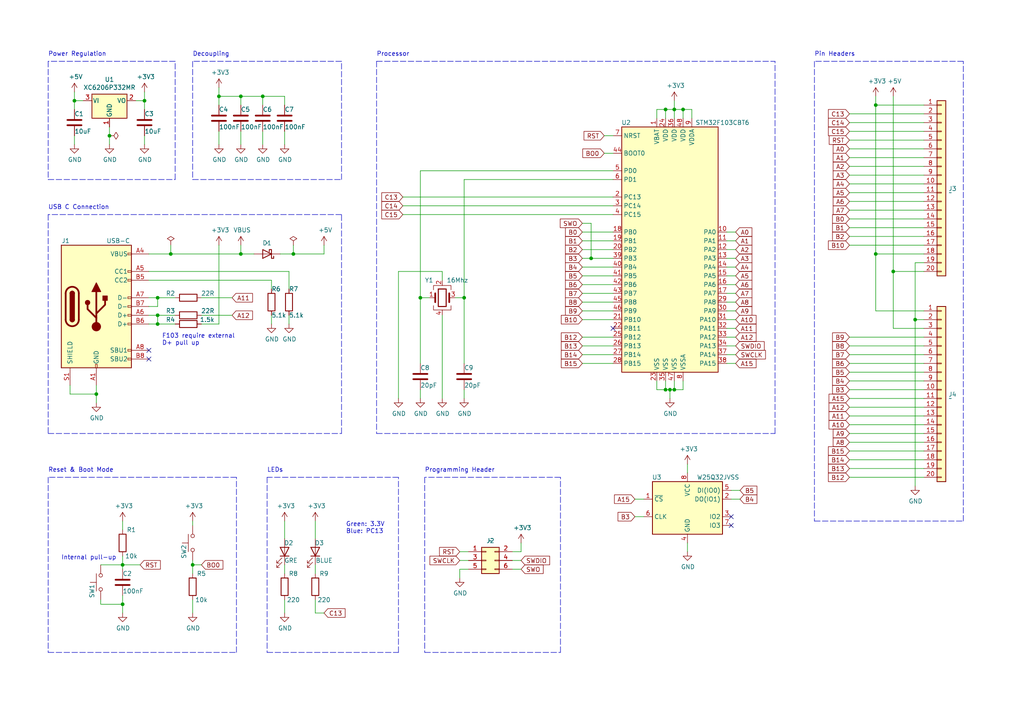
<source format=kicad_sch>
(kicad_sch (version 20211123) (generator eeschema)
  (paper "A4")
  (title_block (title "Green Pill") (rev "d") (company "Lars Boegild Thomsen") (comment 1 "STM32 Development Board") (comment 2 "lbthomsen@gmail.com"))
  (lib_symbols
    (symbol "Connector_Generic:Conn_01x20" (pin_names (offset 1.016) hide)
      (property "Reference" "J" (at 0 25.4 0))
      (property "Value" "Conn_01x20" (at 0 -27.94 0))
      (symbol "Conn_01x20_1_1"
        (pin passive line (at -5.08 22.86 0) (length 3.81) (name "Pin_1") (number "1"))
        (pin passive line (at -5.08 0 0) (length 3.81) (name "Pin_10") (number "10"))
        (pin passive line (at -5.08 -2.54 0) (length 3.81) (name "Pin_11") (number "11"))
        (pin passive line (at -5.08 -5.08 0) (length 3.81) (name "Pin_12") (number "12"))
        (pin passive line (at -5.08 -7.62 0) (length 3.81) (name "Pin_13") (number "13"))
        (pin passive line (at -5.08 -10.16 0) (length 3.81) (name "Pin_14") (number "14"))
        (pin passive line (at -5.08 -12.7 0) (length 3.81) (name "Pin_15") (number "15"))
        (pin passive line (at -5.08 -15.24 0) (length 3.81) (name "Pin_16") (number "16"))
        (pin passive line (at -5.08 -17.78 0) (length 3.81) (name "Pin_17") (number "17"))
        (pin passive line (at -5.08 -20.32 0) (length 3.81) (name "Pin_18") (number "18"))
        (pin passive line (at -5.08 -22.86 0) (length 3.81) (name "Pin_19") (number "19"))
        (pin passive line (at -5.08 20.32 0) (length 3.81) (name "Pin_2") (number "2"))
        (pin passive line (at -5.08 -25.4 0) (length 3.81) (name "Pin_20") (number "20"))
        (pin passive line (at -5.08 17.78 0) (length 3.81) (name "Pin_3") (number "3"))
        (pin passive line (at -5.08 15.24 0) (length 3.81) (name "Pin_4") (number "4"))
        (pin passive line (at -5.08 12.7 0) (length 3.81) (name "Pin_5") (number "5"))
        (pin passive line (at -5.08 10.16 0) (length 3.81) (name "Pin_6") (number "6"))
        (pin passive line (at -5.08 7.62 0) (length 3.81) (name "Pin_7") (number "7"))
        (pin passive line (at -5.08 5.08 0) (length 3.81) (name "Pin_8") (number "8"))
        (pin passive line (at -5.08 2.54 0) (length 3.81) (name "Pin_9") (number "9"))
      )
    )
    (symbol "Connector_Generic:Conn_02x03_Odd_Even" (pin_names (offset 1.016) hide)
      (property "Reference" "J" (at 1.27 5.08 0))
      (property "Value" "Conn_02x03_Odd_Even" (at 1.27 -5.08 0))
      (symbol "Conn_02x03_Odd_Even_1_1"
        (pin passive line (at -5.08 2.54 0) (length 3.81) (name "Pin_1") (number "1"))
        (pin passive line (at 7.62 2.54 180) (length 3.81) (name "Pin_2") (number "2"))
        (pin passive line (at -5.08 0 0) (length 3.81) (name "Pin_3") (number "3"))
        (pin passive line (at 7.62 0 180) (length 3.81) (name "Pin_4") (number "4"))
        (pin passive line (at -5.08 -2.54 0) (length 3.81) (name "Pin_5") (number "5"))
        (pin passive line (at 7.62 -2.54 180) (length 3.81) (name "Pin_6") (number "6"))
      )
    )
    (symbol "Device:C" (pin_numbers hide) (pin_names (offset 0.254))
      (property "Reference" "C" (at 0.635 2.54 0))
      (property "Value" "C" (at 0.635 -2.54 0))
      (symbol "C_1_1"
        (pin passive line (at 0 3.81 270) (length 2.794) (name "~") (number "1"))
        (pin passive line (at 0 -3.81 90) (length 2.794) (name "~") (number "2"))
      )
    )
    (symbol "Device:Crystal_GND24" (pin_names (offset 1.016) hide)
      (property "Reference" "Y" (at 3.175 5.08 0))
      (property "Value" "Crystal_GND24" (at 3.175 3.175 0))
      (symbol "Crystal_GND24_1_1"
        (pin passive line (at -3.81 0 0) (length 1.27) (name "1") (number "1"))
        (pin passive line (at 0 5.08 270) (length 1.27) (name "2") (number "2"))
        (pin passive line (at 3.81 0 180) (length 1.27) (name "3") (number "3"))
        (pin passive line (at 0 -5.08 90) (length 1.27) (name "4") (number "4"))
      )
    )
    (symbol "Device:D_Schottky" (pin_numbers hide) (pin_names (offset 1.016) hide)
      (property "Reference" "D" (at 0 2.54 0))
      (property "Value" "D_Schottky" (at 0 -2.54 0))
      (symbol "D_Schottky_1_1"
        (pin passive line (at -3.81 0 0) (length 2.54) (name "K") (number "1"))
        (pin passive line (at 3.81 0 180) (length 2.54) (name "A") (number "2"))
      )
    )
    (symbol "Device:LED" (pin_numbers hide) (pin_names (offset 1.016) hide)
      (property "Reference" "D" (at 0 2.54 0))
      (property "Value" "LED" (at 0 -2.54 0))
      (symbol "LED_1_1"
        (pin passive line (at -3.81 0 0) (length 2.54) (name "K") (number "1"))
        (pin passive line (at 3.81 0 180) (length 2.54) (name "A") (number "2"))
      )
    )
    (symbol "Device:R" (pin_numbers hide) (pin_names (offset 0))
      (property "Reference" "R" (at 2.032 0 90))
      (property "Value" "R" (at 0 0 90))
      (symbol "R_1_1"
        (pin passive line (at 0 3.81 270) (length 1.27) (name "~") (number "1"))
        (pin passive line (at 0 -3.81 90) (length 1.27) (name "~") (number "2"))
      )
    )
    (symbol "MCU_ST_STM32F1:STM32F103C8Tx"
      (property "Reference" "U" (at -15.24 36.83 0))
      (property "Value" "STM32F103C8Tx" (at 7.62 36.83 0))
      (symbol "STM32F103C8Tx_1_1"
        (pin power_in line (at -5.08 38.1 270) (length 2.54) (name "VBAT") (number "1"))
        (pin bidirectional line (at 15.24 5.08 180) (length 2.54) (name "PA0") (number "10"))
        (pin bidirectional line (at 15.24 2.54 180) (length 2.54) (name "PA1") (number "11"))
        (pin bidirectional line (at 15.24 0 180) (length 2.54) (name "PA2") (number "12"))
        (pin bidirectional line (at 15.24 -2.54 180) (length 2.54) (name "PA3") (number "13"))
        (pin bidirectional line (at 15.24 -5.08 180) (length 2.54) (name "PA4") (number "14"))
        (pin bidirectional line (at 15.24 -7.62 180) (length 2.54) (name "PA5") (number "15"))
        (pin bidirectional line (at 15.24 -10.16 180) (length 2.54) (name "PA6") (number "16"))
        (pin bidirectional line (at 15.24 -12.7 180) (length 2.54) (name "PA7") (number "17"))
        (pin bidirectional line (at -17.78 5.08 0) (length 2.54) (name "PB0") (number "18"))
        (pin bidirectional line (at -17.78 2.54 0) (length 2.54) (name "PB1") (number "19"))
        (pin bidirectional line (at -17.78 15.24 0) (length 2.54) (name "PC13") (number "2"))
        (pin bidirectional line (at -17.78 0 0) (length 2.54) (name "PB2") (number "20"))
        (pin bidirectional line (at -17.78 -20.32 0) (length 2.54) (name "PB10") (number "21"))
        (pin bidirectional line (at -17.78 -22.86 0) (length 2.54) (name "PB11") (number "22"))
        (pin power_in line (at -5.08 -38.1 90) (length 2.54) (name "VSS") (number "23"))
        (pin power_in line (at -2.54 38.1 270) (length 2.54) (name "VDD") (number "24"))
        (pin bidirectional line (at -17.78 -25.4 0) (length 2.54) (name "PB12") (number "25"))
        (pin bidirectional line (at -17.78 -27.94 0) (length 2.54) (name "PB13") (number "26"))
        (pin bidirectional line (at -17.78 -30.48 0) (length 2.54) (name "PB14") (number "27"))
        (pin bidirectional line (at -17.78 -33.02 0) (length 2.54) (name "PB15") (number "28"))
        (pin bidirectional line (at 15.24 -15.24 180) (length 2.54) (name "PA8") (number "29"))
        (pin bidirectional line (at -17.78 12.7 0) (length 2.54) (name "PC14") (number "3"))
        (pin bidirectional line (at 15.24 -17.78 180) (length 2.54) (name "PA9") (number "30"))
        (pin bidirectional line (at 15.24 -20.32 180) (length 2.54) (name "PA10") (number "31"))
        (pin bidirectional line (at 15.24 -22.86 180) (length 2.54) (name "PA11") (number "32"))
        (pin bidirectional line (at 15.24 -25.4 180) (length 2.54) (name "PA12") (number "33"))
        (pin bidirectional line (at 15.24 -27.94 180) (length 2.54) (name "PA13") (number "34"))
        (pin power_in line (at -2.54 -38.1 90) (length 2.54) (name "VSS") (number "35"))
        (pin power_in line (at 0 38.1 270) (length 2.54) (name "VDD") (number "36"))
        (pin bidirectional line (at 15.24 -30.48 180) (length 2.54) (name "PA14") (number "37"))
        (pin bidirectional line (at 15.24 -33.02 180) (length 2.54) (name "PA15") (number "38"))
        (pin bidirectional line (at -17.78 -2.54 0) (length 2.54) (name "PB3") (number "39"))
        (pin bidirectional line (at -17.78 10.16 0) (length 2.54) (name "PC15") (number "4"))
        (pin bidirectional line (at -17.78 -5.08 0) (length 2.54) (name "PB4") (number "40"))
        (pin bidirectional line (at -17.78 -7.62 0) (length 2.54) (name "PB5") (number "41"))
        (pin bidirectional line (at -17.78 -10.16 0) (length 2.54) (name "PB6") (number "42"))
        (pin bidirectional line (at -17.78 -12.7 0) (length 2.54) (name "PB7") (number "43"))
        (pin input line (at -17.78 27.94 0) (length 2.54) (name "BOOT0") (number "44"))
        (pin bidirectional line (at -17.78 -15.24 0) (length 2.54) (name "PB8") (number "45"))
        (pin bidirectional line (at -17.78 -17.78 0) (length 2.54) (name "PB9") (number "46"))
        (pin power_in line (at 0 -38.1 90) (length 2.54) (name "VSS") (number "47"))
        (pin power_in line (at 2.54 38.1 270) (length 2.54) (name "VDD") (number "48"))
        (pin input line (at -17.78 22.86 0) (length 2.54) (name "PD0") (number "5"))
        (pin input line (at -17.78 20.32 0) (length 2.54) (name "PD1") (number "6"))
        (pin input line (at -17.78 33.02 0) (length 2.54) (name "NRST") (number "7"))
        (pin power_in line (at 2.54 -38.1 90) (length 2.54) (name "VSSA") (number "8"))
        (pin power_in line (at 5.08 38.1 270) (length 2.54) (name "VDDA") (number "9"))
      )
    )
    (symbol "Memory_Flash:W25Q32JVSS"
      (property "Reference" "U" (at -8.89 8.89 0))
      (property "Value" "W25Q32JVSS" (at 7.62 8.89 0))
      (symbol "W25Q32JVSS_1_1"
        (pin input line (at -12.7 2.54 0) (length 2.54) (name "~{CS}") (number "1"))
        (pin bidirectional line (at 12.7 2.54 180) (length 2.54) (name "DO(IO1)") (number "2"))
        (pin bidirectional line (at 12.7 -2.54 180) (length 2.54) (name "IO2") (number "3"))
        (pin power_in line (at 0 -10.16 90) (length 2.54) (name "GND") (number "4"))
        (pin bidirectional line (at 12.7 5.08 180) (length 2.54) (name "DI(IO0)") (number "5"))
        (pin input line (at -12.7 -2.54 0) (length 2.54) (name "CLK") (number "6"))
        (pin bidirectional line (at 12.7 -5.08 180) (length 2.54) (name "IO3") (number "7"))
        (pin power_in line (at 0 10.16 270) (length 2.54) (name "VCC") (number "8"))
      )
    )
    (symbol "Regulator_Linear:XC6206PxxxMR" (pin_names (offset 0.254))
      (property "Reference" "U" (at -3.81 3.175 0))
      (property "Value" "XC6206PxxxMR" (at 0 3.175 0))
      (symbol "XC6206PxxxMR_1_1"
        (pin power_in line (at 0 -7.62 90) (length 2.54) (name "GND") (number "1"))
        (pin power_out line (at 7.62 0 180) (length 2.54) (name "VO") (number "2"))
        (pin power_in line (at -7.62 0 0) (length 2.54) (name "VI") (number "3"))
      )
    )
    (symbol "Switch:SW_Push" (pin_numbers hide) (pin_names (offset 1.016) hide)
      (property "Reference" "SW" (at 1.27 2.54 0))
      (property "Value" "SW_Push" (at 0 -1.524 0))
      (symbol "SW_Push_0_1"
        (pin passive line (at -5.08 0 0) (length 2.54) (name "1") (number "1"))
        (pin passive line (at 5.08 0 180) (length 2.54) (name "2") (number "2"))
      )
    )
    (symbol "greenpill:USB_C_Receptacle_USB2.0" (pin_names (offset 1.016))
      (property "Reference" "J" (at -10.16 -19.05 0))
      (property "Value" "USB_C_Receptacle_USB2.0" (at 26.67 -19.05 0))
      (symbol "USB_C_Receptacle_USB2.0_1_1"
        (pin passive line (at 0 -22.86 90) (length 5.08) (name "GND") (number "A1"))
        (pin passive line (at 0 -22.86 90) (length 5.08) hide (name "GND") (number "A12"))
        (pin passive line (at 15.24 15.24 180) (length 5.08) (name "VBUS") (number "A4"))
        (pin bidirectional line (at 15.24 10.16 180) (length 5.08) (name "CC1") (number "A5"))
        (pin bidirectional line (at 15.24 -2.54 180) (length 5.08) (name "D+") (number "A6"))
        (pin bidirectional line (at 15.24 2.54 180) (length 5.08) (name "D-") (number "A7"))
        (pin bidirectional line (at 15.24 -12.7 180) (length 5.08) (name "SBU1") (number "A8"))
        (pin passive line (at 15.24 15.24 180) (length 5.08) hide (name "VBUS") (number "A9"))
        (pin passive line (at 0 -22.86 90) (length 5.08) hide (name "GND") (number "B1"))
        (pin passive line (at 0 -22.86 90) (length 5.08) hide (name "GND") (number "B12"))
        (pin passive line (at 15.24 15.24 180) (length 5.08) hide (name "VBUS") (number "B4"))
        (pin bidirectional line (at 15.24 7.62 180) (length 5.08) (name "CC2") (number "B5"))
        (pin bidirectional line (at 15.24 -5.08 180) (length 5.08) (name "D+") (number "B6"))
        (pin bidirectional line (at 15.24 0 180) (length 5.08) (name "D-") (number "B7"))
        (pin bidirectional line (at 15.24 -15.24 180) (length 5.08) (name "SBU2") (number "B8"))
        (pin passive line (at 15.24 15.24 180) (length 5.08) hide (name "VBUS") (number "B9"))
        (pin passive line (at -7.62 -22.86 90) (length 5.08) (name "SHIELD") (number "S1"))
      )
    )
    (symbol "power:+3.3V" (power) (pin_names (offset 0))
      (property "Value" "+3.3V" (at 0 3.556 0))
      (symbol "+3.3V_1_1"
        (pin power_in line (at 0 0 90) (length 0) hide (name "+3V3") (number "1"))
      )
    )
    (symbol "power:+5V" (power) (pin_names (offset 0))
      (property "Value" "+5V" (at 0 3.556 0))
      (symbol "+5V_1_1"
        (pin power_in line (at 0 0 90) (length 0) hide (name "+5V") (number "1"))
      )
    )
    (symbol "power:GND" (power) (pin_names (offset 0))
      (property "Value" "GND" (at 0 -3.81 0))
      (symbol "GND_1_1"
        (pin power_in line (at 0 0 270) (length 0) hide (name "GND") (number "1"))
      )
    )
    (symbol "power:PWR_FLAG" (power) (pin_numbers hide) (pin_names (offset 0) hide)
      (property "Value" "PWR_FLAG" (at 0 3.81 0))
      (symbol "PWR_FLAG_0_0"
        (pin power_out line (at 0 0 90) (length 0) (name "pwr") (number "1"))
      )
    )
    (symbol "power:VBUS" (power) (pin_names (offset 0))
      (property "Value" "VBUS" (at 0 3.81 0))
      (symbol "VBUS_1_1"
        (pin power_in line (at 0 0 90) (length 0) hide (name "VBUS") (number "1"))
      )
    )
  )
  (junction (at 45.72 91.44))
  (junction (at 134.62 86.36))
  (junction (at 45.72 93.98))
  (junction (at 194.31 113.03))
  (junction (at 265.43 92.71))
  (junction (at 259.08 78.74))
  (junction (at 63.5 27.94))
  (junction (at 55.88 163.83))
  (junction (at 193.04 113.03))
  (junction (at 41.91 29.21))
  (junction (at 69.85 73.66))
  (junction (at 171.45 74.93))
  (junction (at 35.56 163.83))
  (junction (at 121.92 86.36))
  (junction (at 21.59 29.21))
  (junction (at 45.72 86.36))
  (junction (at 254 30.48))
  (junction (at 195.58 113.03))
  (junction (at 31.75 39.37))
  (junction (at 27.94 114.3))
  (junction (at 198.12 31.75))
  (junction (at 193.04 31.75))
  (junction (at 69.85 27.94))
  (junction (at 85.09 73.66))
  (junction (at 195.58 31.75))
  (junction (at 49.53 73.66))
  (junction (at 76.2 27.94))
  (junction (at 254 73.66))
  (junction (at 35.56 175.26))
  (no_connect (at 43.18 104.14))
  (no_connect (at 177.8 95.25))
  (no_connect (at 212.09 149.86))
  (no_connect (at 212.09 152.4))
  (no_connect (at 330.2 161.29))
  (no_connect (at 43.18 101.6))
  (wire (pts (xy 69.85 73.66) (xy 73.66 73.66)))
  (wire (pts (xy 134.62 113.03) (xy 134.62 115.57)))
  (wire (pts (xy 168.91 64.77) (xy 171.45 64.77)))
  (wire (pts (xy 85.09 73.66) (xy 93.98 73.66)))
  (wire (pts (xy 82.55 177.8) (xy 82.55 173.99)))
  (wire (pts (xy 213.36 85.09) (xy 210.82 85.09)))
  (wire (pts (xy 45.72 86.36) (xy 50.8 86.36)))
  (wire (pts (xy 254 73.66) (xy 254 90.17)))
  (wire (pts (xy 198.12 113.03) (xy 198.12 110.49)))
  (wire (pts (xy 210.82 77.47) (xy 213.36 77.47)))
  (polyline (pts (xy 279.4 151.13) (xy 279.4 17.78)))
  (wire (pts (xy 78.74 81.28) (xy 43.18 81.28)))
  (wire (pts (xy 171.45 74.93) (xy 168.91 74.93)))
  (wire (pts (xy 45.72 93.98) (xy 45.72 91.44)))
  (wire (pts (xy 246.38 66.04) (xy 267.97 66.04)))
  (wire (pts (xy 148.59 160.02) (xy 151.13 160.02)))
  (polyline (pts (xy 13.97 52.07) (xy 50.8 52.07)))
  (wire (pts (xy 193.04 34.29) (xy 193.04 31.75)))
  (wire (pts (xy 133.35 165.1) (xy 135.89 165.1)))
  (wire (pts (xy 267.97 63.5) (xy 246.38 63.5)))
  (wire (pts (xy 55.88 151.13) (xy 55.88 152.4)))
  (wire (pts (xy 132.08 86.36) (xy 134.62 86.36)))
  (wire (pts (xy 168.91 97.79) (xy 177.8 97.79)))
  (polyline (pts (xy 50.8 17.78) (xy 13.97 17.78)))
  (wire (pts (xy 55.88 163.83) (xy 55.88 166.37)))
  (wire (pts (xy 246.38 40.64) (xy 267.97 40.64)))
  (wire (pts (xy 246.38 71.12) (xy 267.97 71.12)))
  (wire (pts (xy 55.88 173.99) (xy 55.88 177.8)))
  (wire (pts (xy 82.55 166.37) (xy 82.55 163.83)))
  (wire (pts (xy 58.42 163.83) (xy 55.88 163.83)))
  (wire (pts (xy 210.82 90.17) (xy 213.36 90.17)))
  (wire (pts (xy 198.12 34.29) (xy 198.12 31.75)))
  (wire (pts (xy 190.5 31.75) (xy 193.04 31.75)))
  (wire (pts (xy 254 90.17) (xy 267.97 90.17)))
  (wire (pts (xy 45.72 91.44) (xy 50.8 91.44)))
  (wire (pts (xy 210.82 67.31) (xy 213.36 67.31)))
  (wire (pts (xy 210.82 72.39) (xy 213.36 72.39)))
  (wire (pts (xy 41.91 29.21) (xy 41.91 26.67)))
  (wire (pts (xy 186.69 144.78) (xy 184.15 144.78)))
  (wire (pts (xy 184.15 149.86) (xy 186.69 149.86)))
  (wire (pts (xy 49.53 71.12) (xy 49.53 73.66)))
  (wire (pts (xy 199.39 134.62) (xy 199.39 137.16)))
  (wire (pts (xy 267.97 92.71) (xy 265.43 92.71)))
  (wire (pts (xy 246.38 128.27) (xy 267.97 128.27)))
  (wire (pts (xy 69.85 30.48) (xy 69.85 27.94)))
  (wire (pts (xy 177.8 105.41) (xy 168.91 105.41)))
  (wire (pts (xy 246.38 100.33) (xy 267.97 100.33)))
  (wire (pts (xy 67.31 86.36) (xy 58.42 86.36)))
  (wire (pts (xy 133.35 167.64) (xy 133.35 165.1)))
  (wire (pts (xy 195.58 29.21) (xy 195.58 31.75)))
  (wire (pts (xy 43.18 88.9) (xy 45.72 88.9)))
  (wire (pts (xy 29.21 175.26) (xy 35.56 175.26)))
  (polyline (pts (xy 99.06 125.73) (xy 99.06 62.23)))
  (wire (pts (xy 194.31 115.57) (xy 194.31 113.03)))
  (wire (pts (xy 168.91 82.55) (xy 177.8 82.55)))
  (wire (pts (xy 267.97 35.56) (xy 246.38 35.56)))
  (wire (pts (xy 254 30.48) (xy 254 73.66)))
  (wire (pts (xy 212.09 144.78) (xy 214.63 144.78)))
  (wire (pts (xy 267.97 102.87) (xy 246.38 102.87)))
  (polyline (pts (xy 162.56 138.43) (xy 123.19 138.43)))
  (wire (pts (xy 246.38 123.19) (xy 267.97 123.19)))
  (wire (pts (xy 45.72 91.44) (xy 43.18 91.44)))
  (wire (pts (xy 193.04 31.75) (xy 195.58 31.75)))
  (wire (pts (xy 168.91 72.39) (xy 177.8 72.39)))
  (wire (pts (xy 168.91 77.47) (xy 177.8 77.47)))
  (wire (pts (xy 69.85 71.12) (xy 69.85 73.66)))
  (wire (pts (xy 43.18 73.66) (xy 49.53 73.66)))
  (wire (pts (xy 134.62 52.07) (xy 177.8 52.07)))
  (wire (pts (xy 116.84 62.23) (xy 177.8 62.23)))
  (wire (pts (xy 116.84 57.15) (xy 177.8 57.15)))
  (polyline (pts (xy 13.97 125.73) (xy 99.06 125.73)))
  (polyline (pts (xy 109.22 17.78) (xy 224.79 17.78)))
  (polyline (pts (xy 236.22 151.13) (xy 279.4 151.13)))
  (wire (pts (xy 76.2 30.48) (xy 76.2 27.94)))
  (wire (pts (xy 82.55 156.21) (xy 82.55 151.13)))
  (polyline (pts (xy 279.4 17.78) (xy 236.22 17.78)))
  (wire (pts (xy 41.91 31.75) (xy 41.91 29.21)))
  (wire (pts (xy 91.44 173.99) (xy 91.44 177.8)))
  (wire (pts (xy 78.74 83.82) (xy 78.74 81.28)))
  (wire (pts (xy 76.2 27.94) (xy 82.55 27.94)))
  (wire (pts (xy 246.38 120.65) (xy 267.97 120.65)))
  (wire (pts (xy 213.36 97.79) (xy 210.82 97.79)))
  (wire (pts (xy 195.58 34.29) (xy 195.58 31.75)))
  (wire (pts (xy 246.38 105.41) (xy 267.97 105.41)))
  (wire (pts (xy 265.43 76.2) (xy 267.97 76.2)))
  (wire (pts (xy 246.38 138.43) (xy 267.97 138.43)))
  (polyline (pts (xy 224.79 125.73) (xy 224.79 17.78)))
  (wire (pts (xy 267.97 118.11) (xy 246.38 118.11)))
  (wire (pts (xy 128.27 78.74) (xy 115.57 78.74)))
  (wire (pts (xy 193.04 110.49) (xy 193.04 113.03)))
  (wire (pts (xy 63.5 41.91) (xy 63.5 38.1)))
  (wire (pts (xy 50.8 93.98) (xy 45.72 93.98)))
  (wire (pts (xy 199.39 157.48) (xy 199.39 160.02)))
  (wire (pts (xy 91.44 177.8) (xy 93.98 177.8)))
  (polyline (pts (xy 99.06 52.07) (xy 99.06 17.78)))
  (polyline (pts (xy 99.06 62.23) (xy 13.97 62.23)))
  (wire (pts (xy 267.97 55.88) (xy 246.38 55.88)))
  (wire (pts (xy 190.5 110.49) (xy 190.5 113.03)))
  (wire (pts (xy 177.8 74.93) (xy 171.45 74.93)))
  (wire (pts (xy 213.36 69.85) (xy 210.82 69.85)))
  (wire (pts (xy 91.44 163.83) (xy 91.44 166.37)))
  (wire (pts (xy 43.18 86.36) (xy 45.72 86.36)))
  (wire (pts (xy 63.5 27.94) (xy 69.85 27.94)))
  (wire (pts (xy 254 73.66) (xy 267.97 73.66)))
  (wire (pts (xy 246.38 110.49) (xy 267.97 110.49)))
  (wire (pts (xy 246.38 58.42) (xy 267.97 58.42)))
  (wire (pts (xy 69.85 27.94) (xy 76.2 27.94)))
  (wire (pts (xy 177.8 49.53) (xy 121.92 49.53)))
  (polyline (pts (xy 236.22 17.78) (xy 236.22 151.13)))
  (wire (pts (xy 210.82 82.55) (xy 213.36 82.55)))
  (wire (pts (xy 195.58 31.75) (xy 198.12 31.75)))
  (wire (pts (xy 246.38 60.96) (xy 267.97 60.96)))
  (wire (pts (xy 134.62 86.36) (xy 134.62 52.07)))
  (wire (pts (xy 175.26 39.37) (xy 177.8 39.37)))
  (wire (pts (xy 246.38 53.34) (xy 267.97 53.34)))
  (polyline (pts (xy 99.06 17.78) (xy 55.88 17.78)))
  (polyline (pts (xy 13.97 138.43) (xy 13.97 189.23)))
  (wire (pts (xy 115.57 78.74) (xy 115.57 115.57)))
  (wire (pts (xy 63.5 71.12) (xy 63.5 93.98)))
  (wire (pts (xy 198.12 31.75) (xy 200.66 31.75)))
  (wire (pts (xy 168.91 69.85) (xy 177.8 69.85)))
  (polyline (pts (xy 55.88 17.78) (xy 55.88 52.07)))
  (wire (pts (xy 246.38 97.79) (xy 267.97 97.79)))
  (polyline (pts (xy 109.22 17.78) (xy 109.22 125.73)))
  (wire (pts (xy 267.97 135.89) (xy 246.38 135.89)))
  (wire (pts (xy 267.97 78.74) (xy 259.08 78.74)))
  (wire (pts (xy 91.44 151.13) (xy 91.44 156.21)))
  (wire (pts (xy 35.56 163.83) (xy 35.56 165.1)))
  (wire (pts (xy 200.66 31.75) (xy 200.66 34.29)))
  (wire (pts (xy 246.38 107.95) (xy 267.97 107.95)))
  (wire (pts (xy 121.92 113.03) (xy 121.92 115.57)))
  (wire (pts (xy 20.32 111.76) (xy 20.32 114.3)))
  (wire (pts (xy 210.82 105.41) (xy 213.36 105.41)))
  (wire (pts (xy 41.91 41.91) (xy 41.91 39.37)))
  (wire (pts (xy 116.84 59.69) (xy 177.8 59.69)))
  (wire (pts (xy 267.97 43.18) (xy 246.38 43.18)))
  (wire (pts (xy 69.85 41.91) (xy 69.85 38.1)))
  (wire (pts (xy 83.82 78.74) (xy 83.82 83.82)))
  (polyline (pts (xy 123.19 189.23) (xy 162.56 189.23)))
  (polyline (pts (xy 115.57 138.43) (xy 77.47 138.43)))
  (wire (pts (xy 195.58 110.49) (xy 195.58 113.03)))
  (wire (pts (xy 267.97 50.8) (xy 246.38 50.8)))
  (wire (pts (xy 35.56 177.8) (xy 35.56 175.26)))
  (wire (pts (xy 168.91 87.63) (xy 177.8 87.63)))
  (polyline (pts (xy 50.8 52.07) (xy 50.8 17.78)))
  (wire (pts (xy 27.94 111.76) (xy 27.94 114.3)))
  (polyline (pts (xy 68.58 189.23) (xy 68.58 138.43)))
  (wire (pts (xy 210.82 95.25) (xy 213.36 95.25)))
  (wire (pts (xy 151.13 160.02) (xy 151.13 157.48)))
  (wire (pts (xy 151.13 165.1) (xy 148.59 165.1)))
  (wire (pts (xy 55.88 162.56) (xy 55.88 163.83)))
  (wire (pts (xy 177.8 67.31) (xy 168.91 67.31)))
  (wire (pts (xy 175.26 44.45) (xy 177.8 44.45)))
  (wire (pts (xy 124.46 86.36) (xy 121.92 86.36)))
  (wire (pts (xy 21.59 41.91) (xy 21.59 39.37)))
  (wire (pts (xy 81.28 73.66) (xy 85.09 73.66)))
  (wire (pts (xy 246.38 33.02) (xy 267.97 33.02)))
  (wire (pts (xy 193.04 113.03) (xy 194.31 113.03)))
  (wire (pts (xy 35.56 175.26) (xy 35.56 172.72)))
  (wire (pts (xy 168.91 92.71) (xy 177.8 92.71)))
  (wire (pts (xy 259.08 78.74) (xy 259.08 95.25)))
  (wire (pts (xy 246.38 48.26) (xy 267.97 48.26)))
  (wire (pts (xy 190.5 113.03) (xy 193.04 113.03)))
  (polyline (pts (xy 115.57 189.23) (xy 115.57 138.43)))
  (wire (pts (xy 63.5 30.48) (xy 63.5 27.94)))
  (wire (pts (xy 27.94 114.3) (xy 27.94 116.84)))
  (wire (pts (xy 45.72 88.9) (xy 45.72 86.36)))
  (wire (pts (xy 43.18 93.98) (xy 45.72 93.98)))
  (wire (pts (xy 133.35 162.56) (xy 135.89 162.56)))
  (polyline (pts (xy 77.47 138.43) (xy 77.47 189.23)))
  (wire (pts (xy 63.5 27.94) (xy 63.5 25.4)))
  (wire (pts (xy 31.75 39.37) (xy 31.75 36.83)))
  (polyline (pts (xy 13.97 62.23) (xy 13.97 125.73)))
  (wire (pts (xy 151.13 162.56) (xy 148.59 162.56)))
  (wire (pts (xy 35.56 151.13) (xy 35.56 153.67)))
  (wire (pts (xy 21.59 29.21) (xy 24.13 29.21)))
  (wire (pts (xy 49.53 73.66) (xy 69.85 73.66)))
  (wire (pts (xy 246.38 113.03) (xy 267.97 113.03)))
  (wire (pts (xy 246.38 38.1) (xy 267.97 38.1)))
  (wire (pts (xy 177.8 100.33) (xy 168.91 100.33)))
  (wire (pts (xy 29.21 173.99) (xy 29.21 175.26)))
  (polyline (pts (xy 13.97 17.78) (xy 13.97 52.07)))
  (wire (pts (xy 213.36 74.93) (xy 210.82 74.93)))
  (wire (pts (xy 210.82 100.33) (xy 213.36 100.33)))
  (wire (pts (xy 20.32 114.3) (xy 27.94 114.3)))
  (wire (pts (xy 40.64 163.83) (xy 35.56 163.83)))
  (wire (pts (xy 213.36 80.01) (xy 210.82 80.01)))
  (polyline (pts (xy 123.19 138.43) (xy 123.19 189.23)))
  (polyline (pts (xy 55.88 52.07) (xy 99.06 52.07)))
  (wire (pts (xy 246.38 45.72) (xy 267.97 45.72)))
  (polyline (pts (xy 109.22 125.73) (xy 224.79 125.73)))
  (wire (pts (xy 168.91 102.87) (xy 177.8 102.87)))
  (wire (pts (xy 78.74 91.44) (xy 78.74 93.98)))
  (wire (pts (xy 35.56 161.29) (xy 35.56 163.83)))
  (wire (pts (xy 259.08 95.25) (xy 267.97 95.25)))
  (wire (pts (xy 134.62 86.36) (xy 134.62 105.41)))
  (wire (pts (xy 213.36 102.87) (xy 210.82 102.87)))
  (wire (pts (xy 246.38 68.58) (xy 267.97 68.58)))
  (wire (pts (xy 63.5 93.98) (xy 58.42 93.98)))
  (wire (pts (xy 254 30.48) (xy 267.97 30.48)))
  (wire (pts (xy 121.92 86.36) (xy 121.92 105.41)))
  (wire (pts (xy 93.98 73.66) (xy 93.98 71.12)))
  (wire (pts (xy 195.58 113.03) (xy 198.12 113.03)))
  (wire (pts (xy 177.8 80.01) (xy 168.91 80.01)))
  (wire (pts (xy 259.08 27.94) (xy 259.08 78.74)))
  (wire (pts (xy 85.09 71.12) (xy 85.09 73.66)))
  (wire (pts (xy 177.8 85.09) (xy 168.91 85.09)))
  (wire (pts (xy 82.55 41.91) (xy 82.55 38.1)))
  (wire (pts (xy 76.2 41.91) (xy 76.2 38.1)))
  (wire (pts (xy 194.31 113.03) (xy 195.58 113.03)))
  (wire (pts (xy 254 27.94) (xy 254 30.48)))
  (wire (pts (xy 190.5 34.29) (xy 190.5 31.75)))
  (wire (pts (xy 177.8 90.17) (xy 168.91 90.17)))
  (wire (pts (xy 246.38 125.73) (xy 267.97 125.73)))
  (wire (pts (xy 121.92 49.53) (xy 121.92 86.36)))
  (wire (pts (xy 31.75 41.91) (xy 31.75 39.37)))
  (wire (pts (xy 214.63 142.24) (xy 212.09 142.24)))
  (wire (pts (xy 82.55 27.94) (xy 82.55 30.48)))
  (wire (pts (xy 133.35 160.02) (xy 135.89 160.02)))
  (wire (pts (xy 171.45 64.77) (xy 171.45 74.93)))
  (wire (pts (xy 246.38 133.35) (xy 267.97 133.35)))
  (wire (pts (xy 213.36 92.71) (xy 210.82 92.71)))
  (polyline (pts (xy 77.47 189.23) (xy 115.57 189.23)))
  (wire (pts (xy 265.43 76.2) (xy 265.43 92.71)))
  (polyline (pts (xy 162.56 189.23) (xy 162.56 138.43)))
  (polyline (pts (xy 68.58 138.43) (xy 13.97 138.43)))
  (wire (pts (xy 265.43 92.71) (xy 265.43 140.97)))
  (wire (pts (xy 43.18 78.74) (xy 83.82 78.74)))
  (wire (pts (xy 246.38 115.57) (xy 267.97 115.57)))
  (wire (pts (xy 128.27 81.28) (xy 128.27 78.74)))
  (wire (pts (xy 67.31 91.44) (xy 58.42 91.44)))
  (wire (pts (xy 21.59 29.21) (xy 21.59 26.67)))
  (wire (pts (xy 29.21 163.83) (xy 35.56 163.83)))
  (wire (pts (xy 246.38 130.81) (xy 267.97 130.81)))
  (wire (pts (xy 128.27 115.57) (xy 128.27 91.44)))
  (polyline (pts (xy 13.97 189.23) (xy 68.58 189.23)))
  (wire (pts (xy 39.37 29.21) (xy 41.91 29.21)))
  (wire (pts (xy 210.82 87.63) (xy 213.36 87.63)))
  (wire (pts (xy 83.82 93.98) (xy 83.82 91.44)))
  (wire (pts (xy 21.59 31.75) (xy 21.59 29.21)))
  (text "Decoupling" (at 55.88 16.51 0) (effects (font (size 1.27 1.27)) (justify left bottom)))
  (text "Green: 3.3V\nBlue: PC13" (at 100.33 154.94 0) (effects (font (size 1.27 1.27)) (justify left bottom)))
  (text "Processor" (at 109.22 16.51 0) (effects (font (size 1.27 1.27)) (justify left bottom)))
  (text "Reset & Boot Mode" (at 13.97 137.16 0) (effects (font (size 1.27 1.27)) (justify left bottom)))
  (text "USB C Connection" (at 13.97 60.96 0) (effects (font (size 1.27 1.27)) (justify left bottom)))
  (text "Internal pull-up" (at 17.78 162.56 0) (effects (font (size 1.27 1.27)) (justify left bottom)))
  (text "Power Regulation" (at 13.97 16.51 0) (effects (font (size 1.27 1.27)) (justify left bottom)))
  (text "Pin Headers" (at 236.22 16.51 0) (effects (font (size 1.27 1.27)) (justify left bottom)))
  (text "F103 require external\nD+ pull up" (at 46.99 100.33 0) (effects (font (size 1.27 1.27)) (justify left bottom)))
  (text "Programming Header" (at 123.19 137.16 0) (effects (font (size 1.27 1.27)) (justify left bottom)))
  (text "LEDs" (at 77.47 137.16 0) (effects (font (size 1.27 1.27)) (justify left bottom)))
  (global_label "C14" (shape input) (at 246.38 35.56 180) (property "Intersheet References" "${INTERSHEET_REFS}" (effects hide)))
  (global_label "B4" (shape input) (at 246.38 110.49 180) (property "Intersheet References" "${INTERSHEET_REFS}" (effects hide)))
  (global_label "B14" (shape input) (at 246.38 133.35 180) (property "Intersheet References" "${INTERSHEET_REFS}" (effects hide)))
  (global_label "B0" (shape input) (at 168.91 67.31 180) (property "Intersheet References" "${INTERSHEET_REFS}" (effects hide)))
  (global_label "A5" (shape input) (at 213.36 80.01 0) (property "Intersheet References" "${INTERSHEET_REFS}" (effects hide)))
  (global_label "B4" (shape input) (at 168.91 77.47 180) (property "Intersheet References" "${INTERSHEET_REFS}" (effects hide)))
  (global_label "A12" (shape input) (at 246.38 118.11 180) (property "Intersheet References" "${INTERSHEET_REFS}" (effects hide)))
  (global_label "C14" (shape input) (at 116.84 59.69 180) (property "Intersheet References" "${INTERSHEET_REFS}" (effects hide)))
  (global_label "A15" (shape input) (at 246.38 115.57 180) (property "Intersheet References" "${INTERSHEET_REFS}" (effects hide)))
  (global_label "A11" (shape input) (at 213.36 95.25 0) (property "Intersheet References" "${INTERSHEET_REFS}" (effects hide)))
  (global_label "B5" (shape input) (at 246.38 107.95 180) (property "Intersheet References" "${INTERSHEET_REFS}" (effects hide)))
  (global_label "B12" (shape input) (at 246.38 138.43 180) (property "Intersheet References" "${INTERSHEET_REFS}" (effects hide)))
  (global_label "B2" (shape input) (at 168.91 72.39 180) (property "Intersheet References" "${INTERSHEET_REFS}" (effects hide)))
  (global_label "A2" (shape input) (at 246.38 48.26 180) (property "Intersheet References" "${INTERSHEET_REFS}" (effects hide)))
  (global_label "B8" (shape input) (at 246.38 100.33 180) (property "Intersheet References" "${INTERSHEET_REFS}" (effects hide)))
  (global_label "B7" (shape input) (at 168.91 85.09 180) (property "Intersheet References" "${INTERSHEET_REFS}" (effects hide)))
  (global_label "B5" (shape input) (at 214.63 142.24 0) (property "Intersheet References" "${INTERSHEET_REFS}" (effects hide)))
  (global_label "SWCLK" (shape input) (at 133.35 162.56 180) (property "Intersheet References" "${INTERSHEET_REFS}" (effects hide)))
  (global_label "B13" (shape input) (at 168.91 100.33 180) (property "Intersheet References" "${INTERSHEET_REFS}" (effects hide)))
  (global_label "C13" (shape input) (at 93.98 177.8 0) (property "Intersheet References" "${INTERSHEET_REFS}" (effects hide)))
  (global_label "A3" (shape input) (at 213.36 74.93 0) (property "Intersheet References" "${INTERSHEET_REFS}" (effects hide)))
  (global_label "A12" (shape input) (at 67.31 91.44 0) (property "Intersheet References" "${INTERSHEET_REFS}" (effects hide)))
  (global_label "SWDIO" (shape input) (at 213.36 100.33 0) (property "Intersheet References" "${INTERSHEET_REFS}" (effects hide)))
  (global_label "B6" (shape input) (at 246.38 105.41 180) (property "Intersheet References" "${INTERSHEET_REFS}" (effects hide)))
  (global_label "A8" (shape input) (at 213.36 87.63 0) (property "Intersheet References" "${INTERSHEET_REFS}" (effects hide)))
  (global_label "A1" (shape input) (at 213.36 69.85 0) (property "Intersheet References" "${INTERSHEET_REFS}" (effects hide)))
  (global_label "A15" (shape input) (at 184.15 144.78 180) (property "Intersheet References" "${INTERSHEET_REFS}" (effects hide)))
  (global_label "C15" (shape input) (at 246.38 38.1 180) (property "Intersheet References" "${INTERSHEET_REFS}" (effects hide)))
  (global_label "A8" (shape input) (at 246.38 128.27 180) (property "Intersheet References" "${INTERSHEET_REFS}" (effects hide)))
  (global_label "B1" (shape input) (at 168.91 69.85 180) (property "Intersheet References" "${INTERSHEET_REFS}" (effects hide)))
  (global_label "A1" (shape input) (at 246.38 45.72 180) (property "Intersheet References" "${INTERSHEET_REFS}" (effects hide)))
  (global_label "A7" (shape input) (at 246.38 60.96 180) (property "Intersheet References" "${INTERSHEET_REFS}" (effects hide)))
  (global_label "B7" (shape input) (at 246.38 102.87 180) (property "Intersheet References" "${INTERSHEET_REFS}" (effects hide)))
  (global_label "C15" (shape input) (at 116.84 62.23 180) (property "Intersheet References" "${INTERSHEET_REFS}" (effects hide)))
  (global_label "B12" (shape input) (at 168.91 97.79 180) (property "Intersheet References" "${INTERSHEET_REFS}" (effects hide)))
  (global_label "A9" (shape input) (at 246.38 125.73 180) (property "Intersheet References" "${INTERSHEET_REFS}" (effects hide)))
  (global_label "A4" (shape input) (at 246.38 53.34 180) (property "Intersheet References" "${INTERSHEET_REFS}" (effects hide)))
  (global_label "B3" (shape input) (at 184.15 149.86 180) (property "Intersheet References" "${INTERSHEET_REFS}" (effects hide)))
  (global_label "A11" (shape input) (at 67.31 86.36 0) (property "Intersheet References" "${INTERSHEET_REFS}" (effects hide)))
  (global_label "BO0" (shape input) (at 175.26 44.45 180) (property "Intersheet References" "${INTERSHEET_REFS}" (effects hide)))
  (global_label "RST" (shape input) (at 246.38 40.64 180) (property "Intersheet References" "${INTERSHEET_REFS}" (effects hide)))
  (global_label "C13" (shape input) (at 116.84 57.15 180) (property "Intersheet References" "${INTERSHEET_REFS}" (effects hide)))
  (global_label "A9" (shape input) (at 213.36 90.17 0) (property "Intersheet References" "${INTERSHEET_REFS}" (effects hide)))
  (global_label "SWCLK" (shape input) (at 213.36 102.87 0) (property "Intersheet References" "${INTERSHEET_REFS}" (effects hide)))
  (global_label "A10" (shape input) (at 213.36 92.71 0) (property "Intersheet References" "${INTERSHEET_REFS}" (effects hide)))
  (global_label "B10" (shape input) (at 246.38 71.12 180) (property "Intersheet References" "${INTERSHEET_REFS}" (effects hide)))
  (global_label "SWO" (shape input) (at 168.91 64.77 180) (property "Intersheet References" "${INTERSHEET_REFS}" (effects hide)))
  (global_label "RST" (shape input) (at 133.35 160.02 180) (property "Intersheet References" "${INTERSHEET_REFS}" (effects hide)))
  (global_label "A7" (shape input) (at 213.36 85.09 0) (property "Intersheet References" "${INTERSHEET_REFS}" (effects hide)))
  (global_label "A2" (shape input) (at 213.36 72.39 0) (property "Intersheet References" "${INTERSHEET_REFS}" (effects hide)))
  (global_label "A12" (shape input) (at 213.36 97.79 0) (property "Intersheet References" "${INTERSHEET_REFS}" (effects hide)))
  (global_label "A6" (shape input) (at 246.38 58.42 180) (property "Intersheet References" "${INTERSHEET_REFS}" (effects hide)))
  (global_label "A15" (shape input) (at 213.36 105.41 0) (property "Intersheet References" "${INTERSHEET_REFS}" (effects hide)))
  (global_label "A0" (shape input) (at 246.38 43.18 180) (property "Intersheet References" "${INTERSHEET_REFS}" (effects hide)))
  (global_label "B13" (shape input) (at 246.38 135.89 180) (property "Intersheet References" "${INTERSHEET_REFS}" (effects hide)))
  (global_label "SWO" (shape input) (at 151.13 165.1 0) (property "Intersheet References" "${INTERSHEET_REFS}" (effects hide)))
  (global_label "A5" (shape input) (at 246.38 55.88 180) (property "Intersheet References" "${INTERSHEET_REFS}" (effects hide)))
  (global_label "RST" (shape input) (at 175.26 39.37 180) (property "Intersheet References" "${INTERSHEET_REFS}" (effects hide)))
  (global_label "A0" (shape input) (at 213.36 67.31 0) (property "Intersheet References" "${INTERSHEET_REFS}" (effects hide)))
  (global_label "A10" (shape input) (at 246.38 123.19 180) (property "Intersheet References" "${INTERSHEET_REFS}" (effects hide)))
  (global_label "B9" (shape input) (at 246.38 97.79 180) (property "Intersheet References" "${INTERSHEET_REFS}" (effects hide)))
  (global_label "B5" (shape input) (at 168.91 80.01 180) (property "Intersheet References" "${INTERSHEET_REFS}" (effects hide)))
  (global_label "A11" (shape input) (at 246.38 120.65 180) (property "Intersheet References" "${INTERSHEET_REFS}" (effects hide)))
  (global_label "SWDIO" (shape input) (at 151.13 162.56 0) (property "Intersheet References" "${INTERSHEET_REFS}" (effects hide)))
  (global_label "B9" (shape input) (at 168.91 90.17 180) (property "Intersheet References" "${INTERSHEET_REFS}" (effects hide)))
  (global_label "B15" (shape input) (at 246.38 130.81 180) (property "Intersheet References" "${INTERSHEET_REFS}" (effects hide)))
  (global_label "B14" (shape input) (at 168.91 102.87 180) (property "Intersheet References" "${INTERSHEET_REFS}" (effects hide)))
  (global_label "C13" (shape input) (at 246.38 33.02 180) (property "Intersheet References" "${INTERSHEET_REFS}" (effects hide)))
  (global_label "B0" (shape input) (at 246.38 63.5 180) (property "Intersheet References" "${INTERSHEET_REFS}" (effects hide)))
  (global_label "BO0" (shape input) (at 58.42 163.83 0) (property "Intersheet References" "${INTERSHEET_REFS}" (effects hide)))
  (global_label "B15" (shape input) (at 168.91 105.41 180) (property "Intersheet References" "${INTERSHEET_REFS}" (effects hide)))
  (global_label "B4" (shape input) (at 214.63 144.78 0) (property "Intersheet References" "${INTERSHEET_REFS}" (effects hide)))
  (global_label "B8" (shape input) (at 168.91 87.63 180) (property "Intersheet References" "${INTERSHEET_REFS}" (effects hide)))
  (global_label "B2" (shape input) (at 246.38 68.58 180) (property "Intersheet References" "${INTERSHEET_REFS}" (effects hide)))
  (global_label "B1" (shape input) (at 246.38 66.04 180) (property "Intersheet References" "${INTERSHEET_REFS}" (effects hide)))
  (global_label "B3" (shape input) (at 246.38 113.03 180) (property "Intersheet References" "${INTERSHEET_REFS}" (effects hide)))
  (global_label "B3" (shape input) (at 168.91 74.93 180) (property "Intersheet References" "${INTERSHEET_REFS}" (effects hide)))
  (global_label "A6" (shape input) (at 213.36 82.55 0) (property "Intersheet References" "${INTERSHEET_REFS}" (effects hide)))
  (global_label "B10" (shape input) (at 168.91 92.71 180) (property "Intersheet References" "${INTERSHEET_REFS}" (effects hide)))
  (global_label "A4" (shape input) (at 213.36 77.47 0) (property "Intersheet References" "${INTERSHEET_REFS}" (effects hide)))
  (global_label "A3" (shape input) (at 246.38 50.8 180) (property "Intersheet References" "${INTERSHEET_REFS}" (effects hide)))
  (global_label "RST" (shape input) (at 40.64 163.83 0) (property "Intersheet References" "${INTERSHEET_REFS}" (effects hide)))
  (global_label "B6" (shape input) (at 168.91 82.55 180) (property "Intersheet References" "${INTERSHEET_REFS}" (effects hide)))
  (symbol (lib_id "Device:LED") (at 82.55 160.02 270) (mirror x) (unit 1)
    (property "Reference" "D2" (at 85.09 157.48 90) (effects (justify right)))
    (property "Value" "GRE" (at 86.36 162.56 90) (effects (justify right)))
    (property "Footprint" "LED_SMD:LED_0603_1608Metric" (effects hide))
    (property "LCSC" "C72043" (effects hide))
  )
  (symbol (lib_id "MCU_ST_STM32F1:STM32F103C8Tx") (at 195.58 72.39 0) (unit 1)
    (property "Reference" "U2" (at 181.61 35.56 0))
    (property "Value" "STM32F103CBT6" (at 209.55 35.56 0))
    (property "Footprint" "Package_QFP:LQFP-48_7x7mm_P0.5mm" (effects hide))
    (property "Datasheet" "http://www.st.com/st-web-ui/static/active/en/resource/technical/document/datasheet/CD00161566.pdf" (effects hide))
    (property "LCSC" "C8304" (effects hide))
  )
  (symbol (lib_id "Device:C") (at 63.5 34.29 0) (unit 1)
    (property "Reference" "C4" (at 63.5 31.75 0) (effects (justify left)))
    (property "Value" "100nF" (at 63.5 36.83 0) (effects (justify left)))
    (property "Footprint" "Capacitor_SMD:C_0402_1005Metric" (effects hide))
    (property "LCSC" "C1525" (effects hide))
  )
  (symbol (lib_id "Device:C") (at 21.59 35.56 0) (unit 1)
    (property "Reference" "C1" (at 21.59 33.02 0) (effects (justify left)))
    (property "Value" "10uF" (at 21.59 38.1 0) (effects (justify left)))
    (property "Footprint" "Capacitor_SMD:C_0603_1608Metric" (effects hide))
    (property "LCSC" "C19702" (effects hide))
  )
  (symbol (lib_id "Device:R") (at 35.56 157.48 0) (unit 1)
    (property "Reference" "R1" (at 38.1 153.67 0))
    (property "Value" "10k" (at 38.1 161.29 0))
    (property "Footprint" "Resistor_SMD:R_0402_1005Metric" (effects hide))
    (property "LCSC" "C25744" (effects hide))
  )
  (symbol (lib_id "Device:D_Schottky") (at 77.47 73.66 180) (unit 1)
    (property "Reference" "D1" (at 77.47 70.485 0))
    (property "Value" "~" (at 77.47 70.4596 0))
    (property "Footprint" "Diode_SMD:D_SOD-123" (effects hide))
    (property "LCSC" "C8598" (effects hide))
  )
  (symbol (lib_id "power:GND") (at 82.55 177.8 0) (unit 1)
    (property "Reference" "#PWR021" (effects hide))
    (property "Value" "GND" (at 82.677 182.1942 0))
  )
  (symbol (lib_id "Device:C") (at 41.91 35.56 0) (unit 1)
    (property "Reference" "C3" (at 41.91 33.02 0) (effects (justify left)))
    (property "Value" "10uF" (at 41.91 38.1 0) (effects (justify left)))
    (property "Footprint" "Capacitor_SMD:C_0603_1608Metric" (effects hide))
    (property "LCSC" "C19702" (effects hide))
  )
  (symbol (lib_id "Device:C") (at 69.85 34.29 0) (unit 1)
    (property "Reference" "C5" (at 69.85 31.75 0) (effects (justify left)))
    (property "Value" "100nF" (at 69.85 36.83 0) (effects (justify left)))
    (property "Footprint" "Capacitor_SMD:C_0402_1005Metric" (effects hide))
    (property "LCSC" "C1525" (effects hide))
  )
  (symbol (lib_id "Device:C") (at 76.2 34.29 0) (unit 1)
    (property "Reference" "C6" (at 76.2 31.75 0) (effects (justify left)))
    (property "Value" "100nF" (at 76.2 36.83 0) (effects (justify left)))
    (property "Footprint" "Capacitor_SMD:C_0402_1005Metric" (effects hide))
    (property "LCSC" "C1525" (effects hide))
  )
  (symbol (lib_id "Device:C") (at 82.55 34.29 0) (unit 1)
    (property "Reference" "C7" (at 82.55 31.75 0) (effects (justify left)))
    (property "Value" "100nF" (at 82.55 36.83 0) (effects (justify left)))
    (property "Footprint" "Capacitor_SMD:C_0402_1005Metric" (effects hide))
    (property "LCSC" "C1525" (effects hide))
  )
  (symbol (lib_id "greenpill:USB_C_Receptacle_USB2.0") (at 27.94 88.9 0) (unit 1)
    (property "Reference" "J1" (at 19.05 69.85 0))
    (property "Value" "USB-C" (at 34.29 69.85 0))
    (property "Footprint" "greenpill:USB_C_Receptacle_HRO_TYPE-C-31-M-12" (effects hide))
    (property "Datasheet" "https://datasheet.lcsc.com/szlcsc/1811131825_Korean-Hroparts-Elec-TYPE-C-31-M-12_C165948.pdf" (effects hide))
    (property "LCSC" "C165948" (effects hide))
  )
  (symbol (lib_id "Connector_Generic:Conn_01x20") (at 273.05 53.34 0) (unit 1)
    (property "Reference" "J3" (at 275.082 54.7116 0) (effects (justify left)))
    (property "Value" "~" (at 275.082 55.8546 0) (effects (justify left)))
    (property "Footprint" "Connector_PinHeader_2.54mm:PinHeader_1x20_P2.54mm_Vertical" (effects hide))
  )
  (symbol (lib_id "Connector_Generic:Conn_01x20") (at 273.05 113.03 0) (unit 1)
    (property "Reference" "J4" (at 275.082 114.4016 0) (effects (justify left)))
    (property "Value" "~" (at 275.082 115.5446 0) (effects (justify left)))
    (property "Footprint" "Connector_PinHeader_2.54mm:PinHeader_1x20_P2.54mm_Vertical" (effects hide))
  )
  (symbol (lib_id "Device:R") (at 83.82 87.63 0) (unit 1)
    (property "Reference" "R7" (at 83.82 83.82 0) (effects (justify left)))
    (property "Value" "5.1k" (at 83.82 91.44 0) (effects (justify left)))
    (property "Footprint" "Resistor_SMD:R_0402_1005Metric" (effects hide))
    (property "LCSC" "C25905" (effects hide))
  )
  (symbol (lib_id "power:GND") (at 78.74 93.98 0) (unit 1)
    (property "Reference" "#PWR016" (effects hide))
    (property "Value" "GND" (at 78.867 98.3742 0))
  )
  (symbol (lib_id "power:+3.3V") (at 254 27.94 0) (unit 1)
    (property "Reference" "#PWR032" (effects hide))
    (property "Value" "+3.3V" (at 254.381 23.5458 0))
  )
  (symbol (lib_id "power:GND") (at 83.82 93.98 0) (unit 1)
    (property "Reference" "#PWR018" (effects hide))
    (property "Value" "GND" (at 83.947 98.3742 0))
  )
  (symbol (lib_id "Device:R") (at 91.44 170.18 0) (unit 1)
    (property "Reference" "R9" (at 93.98 166.37 0))
    (property "Value" "220" (at 93.98 173.99 0))
    (property "Footprint" "Resistor_SMD:R_0402_1005Metric" (effects hide))
    (property "LCSC" "C25091" (effects hide))
  )
  (symbol (lib_id "Device:LED") (at 91.44 160.02 270) (mirror x) (unit 1)
    (property "Reference" "D3" (at 93.98 157.48 90) (effects (justify right)))
    (property "Value" "BLUE" (at 96.52 162.56 90) (effects (justify right)))
    (property "Footprint" "LED_SMD:LED_0603_1608Metric" (effects hide))
    (property "LCSC" "C72041" (effects hide))
  )
  (symbol (lib_id "power:+3.3V") (at 91.44 151.13 0) (unit 1)
    (property "Reference" "#PWR023" (effects hide))
    (property "Value" "+3.3V" (at 91.821 146.7358 0))
  )
  (symbol (lib_id "power:GND") (at 27.94 116.84 0) (unit 1)
    (property "Reference" "#PWR03" (effects hide))
    (property "Value" "GND" (at 28.067 121.2342 0))
  )
  (symbol (lib_id "power:GND") (at 21.59 41.91 0) (unit 1)
    (property "Reference" "#PWR02" (effects hide))
    (property "Value" "GND" (at 21.717 46.3042 0))
  )
  (symbol (lib_id "power:GND") (at 31.75 41.91 0) (unit 1)
    (property "Reference" "#PWR04" (effects hide))
    (property "Value" "GND" (at 31.877 46.3042 0))
  )
  (symbol (lib_id "power:GND") (at 41.91 41.91 0) (unit 1)
    (property "Reference" "#PWR08" (effects hide))
    (property "Value" "GND" (at 42.037 46.3042 0))
  )
  (symbol (lib_id "power:GND") (at 63.5 41.91 0) (unit 1)
    (property "Reference" "#PWR014" (effects hide))
    (property "Value" "GND" (at 63.627 46.3042 0))
  )
  (symbol (lib_id "power:GND") (at 69.85 41.91 0) (unit 1)
    (property "Reference" "#PWR015" (effects hide))
    (property "Value" "GND" (at 69.977 46.3042 0))
  )
  (symbol (lib_id "power:GND") (at 76.2 41.91 0) (unit 1)
    (property "Reference" "#PWR017" (effects hide))
    (property "Value" "GND" (at 76.327 46.3042 0))
  )
  (symbol (lib_id "power:GND") (at 82.55 41.91 0) (unit 1)
    (property "Reference" "#PWR019" (effects hide))
    (property "Value" "GND" (at 82.677 46.3042 0))
  )
  (symbol (lib_id "power:+3.3V") (at 63.5 25.4 0) (unit 1)
    (property "Reference" "#PWR013" (effects hide))
    (property "Value" "+3.3V" (at 63.881 21.0058 0))
  )
  (symbol (lib_id "power:+3.3V") (at 195.58 29.21 0) (unit 1)
    (property "Reference" "#PWR031" (effects hide))
    (property "Value" "+3.3V" (at 195.961 24.8158 0))
  )
  (symbol (lib_id "power:GND") (at 194.31 115.57 0) (unit 1)
    (property "Reference" "#PWR030" (effects hide))
    (property "Value" "GND" (at 194.437 119.9642 0))
  )
  (symbol (lib_id "power:GND") (at 265.43 140.97 0) (unit 1)
    (property "Reference" "#PWR035" (effects hide))
    (property "Value" "GND" (at 265.557 145.3642 0))
  )
  (symbol (lib_id "Device:R") (at 78.74 87.63 0) (unit 1)
    (property "Reference" "R6" (at 78.74 83.82 0) (effects (justify left)))
    (property "Value" "5.1k" (at 78.74 91.44 0) (effects (justify left)))
    (property "Footprint" "Resistor_SMD:R_0402_1005Metric" (effects hide))
    (property "LCSC" "C25905" (effects hide))
  )
  (symbol (lib_id "power:+3.3V") (at 82.55 151.13 0) (unit 1)
    (property "Reference" "#PWR020" (effects hide))
    (property "Value" "+3.3V" (at 82.931 146.7358 0))
  )
  (symbol (lib_id "Device:C") (at 121.92 109.22 0) (unit 1)
    (property "Reference" "C8" (at 121.92 106.68 0) (effects (justify left)))
    (property "Value" "20pF" (at 121.92 111.76 0) (effects (justify left)))
    (property "Footprint" "Capacitor_SMD:C_0402_1005Metric" (effects hide))
    (property "LCSC" "C1554" (effects hide))
  )
  (symbol (lib_id "Device:C") (at 134.62 109.22 0) (unit 1)
    (property "Reference" "C9" (at 134.62 106.68 0) (effects (justify left)))
    (property "Value" "20pF" (at 134.62 111.76 0) (effects (justify left)))
    (property "Footprint" "Capacitor_SMD:C_0402_1005Metric" (effects hide))
    (property "LCSC" "C1554" (effects hide))
  )
  (symbol (lib_id "power:GND") (at 121.92 115.57 0) (unit 1)
    (property "Reference" "#PWR024" (effects hide))
    (property "Value" "GND" (at 122.047 119.9642 0))
  )
  (symbol (lib_id "power:GND") (at 134.62 115.57 0) (unit 1)
    (property "Reference" "#PWR025" (effects hide))
    (property "Value" "GND" (at 134.747 119.9642 0))
  )
  (symbol (lib_id "Switch:SW_Push") (at 55.88 157.48 90) (unit 1)
    (property "Reference" "SW2" (at 53.34 160.02 0))
    (property "Value" "TS-1088R-02526" (effects hide))
    (property "Footprint" "greenpill:TS-1088R-02526" (effects hide))
    (property "Datasheet" "https://datasheet.lcsc.com/szlcsc/1912111437_XUNPU-TS-1088R-02526_C455281.pdf" (effects hide))
    (property "LCSC" "C455281" (effects hide))
  )
  (symbol (lib_id "power:+3.3V") (at 55.88 151.13 0) (unit 1)
    (property "Reference" "#PWR09" (effects hide))
    (property "Value" "+3.3V" (at 56.261 146.7358 0))
  )
  (symbol (lib_id "power:VBUS") (at 69.85 71.12 0) (unit 1)
    (property "Reference" "#PWR012" (effects hide))
    (property "Value" "VBUS" (at 70.231 66.7258 0))
  )
  (symbol (lib_id "power:+5V") (at 93.98 71.12 0) (unit 1)
    (property "Reference" "#PWR022" (effects hide))
    (property "Value" "+5V" (at 94.361 66.7258 0))
  )
  (symbol (lib_id "power:+3.3V") (at 151.13 157.48 0) (unit 1)
    (property "Reference" "#PWR026" (effects hide))
    (property "Value" "+3.3V" (at 151.511 153.0858 0))
  )
  (symbol (lib_id "power:GND") (at 133.35 167.64 0) (unit 1)
    (property "Reference" "#PWR027" (effects hide))
    (property "Value" "GND" (at 133.477 172.0342 0))
  )
  (symbol (lib_id "Regulator_Linear:XC6206PxxxMR") (at 31.75 29.21 0) (unit 1)
    (property "Reference" "U1" (at 31.75 23.0632 0))
    (property "Value" "XC6206P332MR" (at 31.75 25.3746 0))
    (property "Footprint" "Package_TO_SOT_SMD:SOT-23" (effects hide))
    (property "Datasheet" "https://www.torexsemi.com/file/xc6206/XC6206.pdf" (effects hide))
    (property "LCSC" "C5446" (effects hide))
  )
  (symbol (lib_id "Switch:SW_Push") (at 29.21 168.91 90) (unit 1)
    (property "Reference" "SW1" (at 26.67 171.45 0))
    (property "Value" "TS-1088R-02526" (effects hide))
    (property "Footprint" "greenpill:TS-1088R-02526" (effects hide))
    (property "Datasheet" "https://datasheet.lcsc.com/szlcsc/1912111437_XUNPU-TS-1088R-02526_C455281.pdf" (effects hide))
    (property "LCSC" "C455281" (effects hide))
  )
  (symbol (lib_id "power:GND") (at 35.56 177.8 0) (unit 1)
    (property "Reference" "#PWR06" (effects hide))
    (property "Value" "GND" (at 35.687 182.1942 0))
  )
  (symbol (lib_id "Device:C") (at 35.56 168.91 0) (unit 1)
    (property "Reference" "C2" (at 35.56 166.37 0) (effects (justify left)))
    (property "Value" "100nF" (at 35.56 171.45 0) (effects (justify left)))
    (property "Footprint" "Capacitor_SMD:C_0402_1005Metric" (effects hide))
    (property "LCSC" "C1525" (effects hide))
  )
  (symbol (lib_id "power:+5V") (at 21.59 26.67 0) (unit 1)
    (property "Reference" "#PWR01" (effects hide))
    (property "Value" "+5V" (at 21.971 22.2758 0))
  )
  (symbol (lib_id "power:+3.3V") (at 41.91 26.67 0) (unit 1)
    (property "Reference" "#PWR07" (effects hide))
    (property "Value" "+3.3V" (at 42.291 22.2758 0))
  )
  (symbol (lib_id "Device:R") (at 54.61 86.36 90) (unit 1)
    (property "Reference" "R2" (at 50.8 85.09 90) (effects (justify left)))
    (property "Value" "22R" (at 62.23 85.09 90) (effects (justify left)))
    (property "Footprint" "Resistor_SMD:R_0402_1005Metric" (effects hide))
    (property "LCSC" "C25092" (effects hide))
  )
  (symbol (lib_id "Device:R") (at 54.61 91.44 90) (unit 1)
    (property "Reference" "R3" (at 50.8 90.17 90) (effects (justify left)))
    (property "Value" "22R" (at 62.23 90.17 90) (effects (justify left)))
    (property "Footprint" "Resistor_SMD:R_0402_1005Metric" (effects hide))
    (property "LCSC" "C25092" (effects hide))
  )
  (symbol (lib_id "Device:R") (at 82.55 170.18 0) (unit 1)
    (property "Reference" "R8" (at 85.09 166.37 0))
    (property "Value" "220" (at 85.09 173.99 0))
    (property "Footprint" "Resistor_SMD:R_0402_1005Metric" (effects hide))
    (property "LCSC" "C25091" (effects hide))
  )
  (symbol (lib_id "power:GND") (at 55.88 177.8 0) (unit 1)
    (property "Reference" "#PWR010" (effects hide))
    (property "Value" "GND" (at 56.007 182.1942 0))
  )
  (symbol (lib_id "Device:R") (at 54.61 93.98 90) (unit 1)
    (property "Reference" "R4" (at 50.8 92.71 90) (effects (justify left)))
    (property "Value" "1.5k" (at 62.23 92.71 90) (effects (justify left)))
    (property "Footprint" "Resistor_SMD:R_0402_1005Metric" (effects hide))
    (property "LCSC" "C25867" (effects hide))
  )
  (symbol (lib_id "power:+3.3V") (at 35.56 151.13 0) (unit 1)
    (property "Reference" "#PWR05" (effects hide))
    (property "Value" "+3.3V" (at 35.941 146.7358 0))
  )
  (symbol (lib_id "power:+5V") (at 259.08 27.94 0) (unit 1)
    (property "Reference" "#PWR033" (effects hide))
    (property "Value" "+5V" (at 259.461 23.5458 0))
  )
  (symbol (lib_id "power:PWR_FLAG") (at 49.53 71.12 0) (unit 1)
    (property "Reference" "#FLG02" (effects hide))
    (property "Value" "PWR_FLAG" (effects hide))
  )
  (symbol (lib_id "Device:R") (at 55.88 170.18 0) (unit 1)
    (property "Reference" "R5" (at 58.42 166.37 0))
    (property "Value" "10k" (at 58.42 173.99 0))
    (property "Footprint" "Resistor_SMD:R_0402_1005Metric" (effects hide))
    (property "LCSC" "C25744" (effects hide))
  )
  (symbol (lib_id "power:PWR_FLAG") (at 31.75 39.37 270) (unit 1)
    (property "Reference" "#FLG01" (effects hide))
    (property "Value" "PWR_FLAG" (effects hide))
  )
  (symbol (lib_id "power:PWR_FLAG") (at 85.09 71.12 0) (unit 1)
    (property "Reference" "#FLG03" (effects hide))
    (property "Value" "PWR_FLAG" (effects hide))
  )
  (symbol (lib_id "Connector_Generic:Conn_02x03_Odd_Even") (at 140.97 162.56 0) (unit 1)
    (property "Reference" "J2" (at 142.24 156.845 0))
    (property "Value" "~" (at 142.24 156.8196 0))
    (property "Footprint" "Connector_PinHeader_2.54mm:PinHeader_2x03_P2.54mm_Horizontal" (effects hide))
  )
  (symbol (lib_id "Device:Crystal_GND24") (at 128.27 86.36 0) (unit 1)
    (property "Reference" "Y1" (at 123.19 81.28 0) (effects (justify left)))
    (property "Value" "16Mhz" (at 129.54 81.28 0) (effects (justify left)))
    (property "Footprint" "Crystal:Crystal_SMD_3225-4Pin_3.2x2.5mm" (effects hide))
    (property "LCSC" "C13738" (effects hide))
  )
  (symbol (lib_id "power:GND") (at 128.27 115.57 0) (unit 1)
    (property "Reference" "#PWR0101" (effects hide))
    (property "Value" "GND" (at 128.397 119.9642 0))
  )
  (symbol (lib_id "power:GND") (at 115.57 115.57 0) (unit 1)
    (property "Reference" "#PWR0102" (effects hide))
    (property "Value" "GND" (at 115.697 119.9642 0))
  )
  (symbol (lib_id "power:+3.3V") (at 63.5 71.12 0) (unit 1)
    (property "Reference" "#PWR0103" (effects hide))
    (property "Value" "+3.3V" (at 63.881 66.7258 0))
  )
  (symbol (lib_id "Memory_Flash:W25Q32JVSS") (at 199.39 147.32 0) (unit 1)
    (property "Reference" "U3" (at 190.5 138.43 0))
    (property "Value" "W25Q32JVSS" (at 208.28 138.43 0))
    (property "Footprint" "Package_SO:SOIC-8_5.23x5.23mm_P1.27mm" (effects hide))
    (property "Datasheet" "http://www.winbond.com/resource-files/w25q32jv%20revg%2003272018%20plus.pdf" (effects hide))
  )
  (symbol (lib_id "power:GND") (at 199.39 160.02 0) (unit 1)
    (property "Reference" "#PWR0104" (effects hide))
    (property "Value" "GND" (at 199.517 164.4142 0))
  )
  (symbol (lib_id "power:+3.3V") (at 199.39 134.62 0) (unit 1)
    (property "Reference" "#PWR0105" (effects hide))
    (property "Value" "+3.3V" (at 199.771 130.2258 0))
  )
)
</source>
